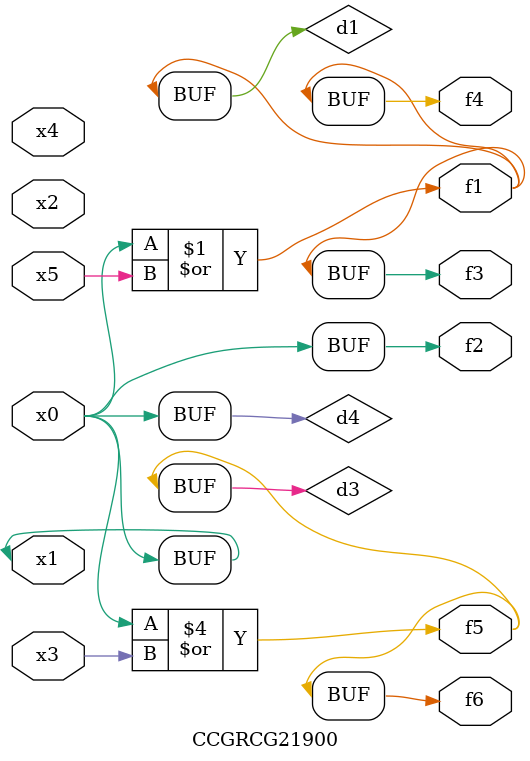
<source format=v>
module CCGRCG21900(
	input x0, x1, x2, x3, x4, x5,
	output f1, f2, f3, f4, f5, f6
);

	wire d1, d2, d3, d4;

	or (d1, x0, x5);
	xnor (d2, x1, x4);
	or (d3, x0, x3);
	buf (d4, x0, x1);
	assign f1 = d1;
	assign f2 = d4;
	assign f3 = d1;
	assign f4 = d1;
	assign f5 = d3;
	assign f6 = d3;
endmodule

</source>
